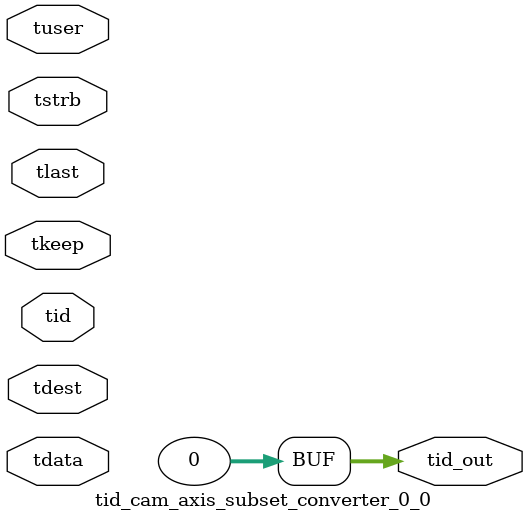
<source format=v>


`timescale 1ps/1ps

module tid_cam_axis_subset_converter_0_0 #
(
parameter C_S_AXIS_TID_WIDTH   = 1,
parameter C_S_AXIS_TUSER_WIDTH = 0,
parameter C_S_AXIS_TDATA_WIDTH = 0,
parameter C_S_AXIS_TDEST_WIDTH = 0,
parameter C_M_AXIS_TID_WIDTH   = 32
)
(
input  [(C_S_AXIS_TID_WIDTH   == 0 ? 1 : C_S_AXIS_TID_WIDTH)-1:0       ] tid,
input  [(C_S_AXIS_TDATA_WIDTH == 0 ? 1 : C_S_AXIS_TDATA_WIDTH)-1:0     ] tdata,
input  [(C_S_AXIS_TUSER_WIDTH == 0 ? 1 : C_S_AXIS_TUSER_WIDTH)-1:0     ] tuser,
input  [(C_S_AXIS_TDEST_WIDTH == 0 ? 1 : C_S_AXIS_TDEST_WIDTH)-1:0     ] tdest,
input  [(C_S_AXIS_TDATA_WIDTH/8)-1:0 ] tkeep,
input  [(C_S_AXIS_TDATA_WIDTH/8)-1:0 ] tstrb,
input                                                                    tlast,
output [(C_M_AXIS_TID_WIDTH   == 0 ? 1 : C_M_AXIS_TID_WIDTH)-1:0       ] tid_out
);

assign tid_out = {1'b0};

endmodule


</source>
